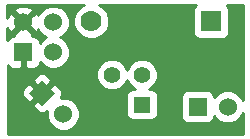
<source format=gtl>
G04 (created by PCBNEW-RS274X (2012-01-18 BZR 3371)-testing) date Sun 05 Feb 2012 03:29:24 PM EST*
G01*
G70*
G90*
%MOIN*%
G04 Gerber Fmt 3.4, Leading zero omitted, Abs format*
%FSLAX34Y34*%
G04 APERTURE LIST*
%ADD10C,0.006000*%
%ADD11C,0.070000*%
%ADD12R,0.070000X0.070000*%
%ADD13R,0.060000X0.060000*%
%ADD14C,0.060000*%
%ADD15R,0.055000X0.055000*%
%ADD16C,0.055000*%
%ADD17C,0.010000*%
G04 APERTURE END LIST*
G54D10*
G54D11*
X18770Y-13090D03*
G54D12*
X22770Y-13090D03*
G54D13*
X22310Y-15940D03*
G54D14*
X23310Y-15940D03*
G54D15*
X20460Y-15870D03*
G54D16*
X20460Y-14870D03*
X19460Y-14870D03*
G54D10*
G36*
X16702Y-15476D02*
X17126Y-15052D01*
X17550Y-15476D01*
X17126Y-15900D01*
X16702Y-15476D01*
X16702Y-15476D01*
G37*
G54D14*
X17834Y-16184D03*
G54D13*
X16500Y-14130D03*
G54D14*
X16500Y-13130D03*
X17500Y-14130D03*
X17500Y-13130D03*
G54D10*
G36*
X23815Y-16855D02*
X20985Y-16855D01*
X20985Y-14975D01*
X20985Y-14766D01*
X20905Y-14573D01*
X20758Y-14425D01*
X20565Y-14345D01*
X20356Y-14345D01*
X20163Y-14425D01*
X20015Y-14572D01*
X19959Y-14705D01*
X19905Y-14573D01*
X19758Y-14425D01*
X19565Y-14345D01*
X19356Y-14345D01*
X19163Y-14425D01*
X19015Y-14572D01*
X18935Y-14765D01*
X18935Y-14974D01*
X19015Y-15167D01*
X19162Y-15315D01*
X19355Y-15395D01*
X19564Y-15395D01*
X19757Y-15315D01*
X19905Y-15168D01*
X19960Y-15034D01*
X20015Y-15167D01*
X20162Y-15315D01*
X20236Y-15346D01*
X20136Y-15346D01*
X20044Y-15384D01*
X19974Y-15454D01*
X19936Y-15545D01*
X19936Y-15644D01*
X19936Y-16194D01*
X19974Y-16286D01*
X20044Y-16356D01*
X20135Y-16394D01*
X20234Y-16394D01*
X20784Y-16394D01*
X20876Y-16356D01*
X20946Y-16286D01*
X20984Y-16195D01*
X20984Y-16096D01*
X20984Y-15546D01*
X20946Y-15454D01*
X20876Y-15384D01*
X20785Y-15346D01*
X20686Y-15346D01*
X20682Y-15346D01*
X20757Y-15315D01*
X20905Y-15168D01*
X20985Y-14975D01*
X20985Y-16855D01*
X19905Y-16855D01*
X18383Y-16853D01*
X18383Y-16293D01*
X18383Y-16075D01*
X18299Y-15873D01*
X18145Y-15719D01*
X17943Y-15635D01*
X17744Y-15635D01*
X17762Y-15617D01*
X17799Y-15525D01*
X17799Y-15427D01*
X17761Y-15335D01*
X17594Y-15166D01*
X17506Y-15166D01*
X17436Y-15236D01*
X17436Y-15096D01*
X17436Y-15008D01*
X17267Y-14841D01*
X17175Y-14803D01*
X17077Y-14803D01*
X16985Y-14840D01*
X16915Y-14910D01*
X16816Y-15008D01*
X16816Y-15096D01*
X17126Y-15405D01*
X17436Y-15096D01*
X17436Y-15236D01*
X17197Y-15476D01*
X17126Y-15547D01*
X17055Y-15617D01*
X17055Y-15476D01*
X16746Y-15166D01*
X16658Y-15166D01*
X16560Y-15265D01*
X16490Y-15335D01*
X16453Y-15427D01*
X16453Y-15525D01*
X16491Y-15617D01*
X16658Y-15786D01*
X16746Y-15786D01*
X17055Y-15476D01*
X17055Y-15617D01*
X16816Y-15856D01*
X16816Y-15944D01*
X16985Y-16111D01*
X17077Y-16149D01*
X17175Y-16149D01*
X17267Y-16112D01*
X17285Y-16094D01*
X17285Y-16293D01*
X17369Y-16495D01*
X17523Y-16649D01*
X17725Y-16733D01*
X17943Y-16733D01*
X18145Y-16649D01*
X18299Y-16495D01*
X18383Y-16293D01*
X18383Y-16853D01*
X15990Y-16850D01*
X15979Y-14547D01*
X15989Y-14571D01*
X16059Y-14641D01*
X16151Y-14679D01*
X16388Y-14680D01*
X16450Y-14618D01*
X16450Y-14230D01*
X16450Y-14180D01*
X16450Y-14080D01*
X16550Y-14080D01*
X16550Y-14180D01*
X16550Y-14230D01*
X16550Y-14618D01*
X16612Y-14680D01*
X16849Y-14679D01*
X16941Y-14641D01*
X17011Y-14571D01*
X17049Y-14480D01*
X17049Y-14455D01*
X17189Y-14595D01*
X17391Y-14679D01*
X17609Y-14679D01*
X17811Y-14595D01*
X17965Y-14441D01*
X18049Y-14239D01*
X18049Y-14021D01*
X17965Y-13819D01*
X17811Y-13665D01*
X17726Y-13630D01*
X17811Y-13595D01*
X17965Y-13441D01*
X18049Y-13239D01*
X18049Y-13021D01*
X17965Y-12819D01*
X17811Y-12665D01*
X17609Y-12581D01*
X17391Y-12581D01*
X17189Y-12665D01*
X17035Y-12819D01*
X17002Y-12897D01*
X16980Y-12844D01*
X16885Y-12815D01*
X16815Y-12885D01*
X16815Y-12745D01*
X16786Y-12650D01*
X16581Y-12577D01*
X16363Y-12588D01*
X16214Y-12650D01*
X16185Y-12745D01*
X16500Y-13059D01*
X16815Y-12745D01*
X16815Y-12885D01*
X16571Y-13130D01*
X16885Y-13445D01*
X16980Y-13416D01*
X17000Y-13358D01*
X17035Y-13441D01*
X17189Y-13595D01*
X17273Y-13630D01*
X17189Y-13665D01*
X17049Y-13805D01*
X17049Y-13780D01*
X17011Y-13689D01*
X16941Y-13619D01*
X16849Y-13581D01*
X16794Y-13580D01*
X16815Y-13515D01*
X16500Y-13201D01*
X16185Y-13515D01*
X16205Y-13580D01*
X16151Y-13581D01*
X16059Y-13619D01*
X15989Y-13689D01*
X15975Y-13721D01*
X15975Y-13625D01*
X15975Y-13307D01*
X16020Y-13416D01*
X16115Y-13445D01*
X16429Y-13130D01*
X16115Y-12815D01*
X16020Y-12844D01*
X15975Y-12970D01*
X15975Y-12549D01*
X16759Y-12545D01*
X18520Y-12545D01*
X18431Y-12582D01*
X18262Y-12751D01*
X18171Y-12971D01*
X18171Y-13209D01*
X18262Y-13429D01*
X18431Y-13598D01*
X18651Y-13689D01*
X18889Y-13689D01*
X19109Y-13598D01*
X19278Y-13429D01*
X19369Y-13209D01*
X19369Y-12971D01*
X19278Y-12751D01*
X19109Y-12582D01*
X19019Y-12545D01*
X22263Y-12545D01*
X22209Y-12599D01*
X22171Y-12690D01*
X22171Y-12789D01*
X22171Y-13489D01*
X22209Y-13581D01*
X22279Y-13651D01*
X22370Y-13689D01*
X22469Y-13689D01*
X23169Y-13689D01*
X23261Y-13651D01*
X23331Y-13581D01*
X23369Y-13490D01*
X23369Y-13391D01*
X23369Y-12691D01*
X23331Y-12599D01*
X23277Y-12545D01*
X23815Y-12545D01*
X23815Y-15725D01*
X23775Y-15629D01*
X23621Y-15475D01*
X23419Y-15391D01*
X23201Y-15391D01*
X22999Y-15475D01*
X22859Y-15615D01*
X22859Y-15591D01*
X22821Y-15499D01*
X22751Y-15429D01*
X22660Y-15391D01*
X22561Y-15391D01*
X21961Y-15391D01*
X21869Y-15429D01*
X21799Y-15499D01*
X21761Y-15590D01*
X21761Y-15689D01*
X21761Y-16289D01*
X21799Y-16381D01*
X21869Y-16451D01*
X21960Y-16489D01*
X22059Y-16489D01*
X22659Y-16489D01*
X22751Y-16451D01*
X22821Y-16381D01*
X22859Y-16290D01*
X22859Y-16265D01*
X22999Y-16405D01*
X23201Y-16489D01*
X23419Y-16489D01*
X23621Y-16405D01*
X23775Y-16251D01*
X23815Y-16154D01*
X23815Y-16855D01*
X23815Y-16855D01*
G37*
G54D17*
X23815Y-16855D02*
X20985Y-16855D01*
X20985Y-14975D01*
X20985Y-14766D01*
X20905Y-14573D01*
X20758Y-14425D01*
X20565Y-14345D01*
X20356Y-14345D01*
X20163Y-14425D01*
X20015Y-14572D01*
X19959Y-14705D01*
X19905Y-14573D01*
X19758Y-14425D01*
X19565Y-14345D01*
X19356Y-14345D01*
X19163Y-14425D01*
X19015Y-14572D01*
X18935Y-14765D01*
X18935Y-14974D01*
X19015Y-15167D01*
X19162Y-15315D01*
X19355Y-15395D01*
X19564Y-15395D01*
X19757Y-15315D01*
X19905Y-15168D01*
X19960Y-15034D01*
X20015Y-15167D01*
X20162Y-15315D01*
X20236Y-15346D01*
X20136Y-15346D01*
X20044Y-15384D01*
X19974Y-15454D01*
X19936Y-15545D01*
X19936Y-15644D01*
X19936Y-16194D01*
X19974Y-16286D01*
X20044Y-16356D01*
X20135Y-16394D01*
X20234Y-16394D01*
X20784Y-16394D01*
X20876Y-16356D01*
X20946Y-16286D01*
X20984Y-16195D01*
X20984Y-16096D01*
X20984Y-15546D01*
X20946Y-15454D01*
X20876Y-15384D01*
X20785Y-15346D01*
X20686Y-15346D01*
X20682Y-15346D01*
X20757Y-15315D01*
X20905Y-15168D01*
X20985Y-14975D01*
X20985Y-16855D01*
X19905Y-16855D01*
X18383Y-16853D01*
X18383Y-16293D01*
X18383Y-16075D01*
X18299Y-15873D01*
X18145Y-15719D01*
X17943Y-15635D01*
X17744Y-15635D01*
X17762Y-15617D01*
X17799Y-15525D01*
X17799Y-15427D01*
X17761Y-15335D01*
X17594Y-15166D01*
X17506Y-15166D01*
X17436Y-15236D01*
X17436Y-15096D01*
X17436Y-15008D01*
X17267Y-14841D01*
X17175Y-14803D01*
X17077Y-14803D01*
X16985Y-14840D01*
X16915Y-14910D01*
X16816Y-15008D01*
X16816Y-15096D01*
X17126Y-15405D01*
X17436Y-15096D01*
X17436Y-15236D01*
X17197Y-15476D01*
X17126Y-15547D01*
X17055Y-15617D01*
X17055Y-15476D01*
X16746Y-15166D01*
X16658Y-15166D01*
X16560Y-15265D01*
X16490Y-15335D01*
X16453Y-15427D01*
X16453Y-15525D01*
X16491Y-15617D01*
X16658Y-15786D01*
X16746Y-15786D01*
X17055Y-15476D01*
X17055Y-15617D01*
X16816Y-15856D01*
X16816Y-15944D01*
X16985Y-16111D01*
X17077Y-16149D01*
X17175Y-16149D01*
X17267Y-16112D01*
X17285Y-16094D01*
X17285Y-16293D01*
X17369Y-16495D01*
X17523Y-16649D01*
X17725Y-16733D01*
X17943Y-16733D01*
X18145Y-16649D01*
X18299Y-16495D01*
X18383Y-16293D01*
X18383Y-16853D01*
X15990Y-16850D01*
X15979Y-14547D01*
X15989Y-14571D01*
X16059Y-14641D01*
X16151Y-14679D01*
X16388Y-14680D01*
X16450Y-14618D01*
X16450Y-14230D01*
X16450Y-14180D01*
X16450Y-14080D01*
X16550Y-14080D01*
X16550Y-14180D01*
X16550Y-14230D01*
X16550Y-14618D01*
X16612Y-14680D01*
X16849Y-14679D01*
X16941Y-14641D01*
X17011Y-14571D01*
X17049Y-14480D01*
X17049Y-14455D01*
X17189Y-14595D01*
X17391Y-14679D01*
X17609Y-14679D01*
X17811Y-14595D01*
X17965Y-14441D01*
X18049Y-14239D01*
X18049Y-14021D01*
X17965Y-13819D01*
X17811Y-13665D01*
X17726Y-13630D01*
X17811Y-13595D01*
X17965Y-13441D01*
X18049Y-13239D01*
X18049Y-13021D01*
X17965Y-12819D01*
X17811Y-12665D01*
X17609Y-12581D01*
X17391Y-12581D01*
X17189Y-12665D01*
X17035Y-12819D01*
X17002Y-12897D01*
X16980Y-12844D01*
X16885Y-12815D01*
X16815Y-12885D01*
X16815Y-12745D01*
X16786Y-12650D01*
X16581Y-12577D01*
X16363Y-12588D01*
X16214Y-12650D01*
X16185Y-12745D01*
X16500Y-13059D01*
X16815Y-12745D01*
X16815Y-12885D01*
X16571Y-13130D01*
X16885Y-13445D01*
X16980Y-13416D01*
X17000Y-13358D01*
X17035Y-13441D01*
X17189Y-13595D01*
X17273Y-13630D01*
X17189Y-13665D01*
X17049Y-13805D01*
X17049Y-13780D01*
X17011Y-13689D01*
X16941Y-13619D01*
X16849Y-13581D01*
X16794Y-13580D01*
X16815Y-13515D01*
X16500Y-13201D01*
X16185Y-13515D01*
X16205Y-13580D01*
X16151Y-13581D01*
X16059Y-13619D01*
X15989Y-13689D01*
X15975Y-13721D01*
X15975Y-13625D01*
X15975Y-13307D01*
X16020Y-13416D01*
X16115Y-13445D01*
X16429Y-13130D01*
X16115Y-12815D01*
X16020Y-12844D01*
X15975Y-12970D01*
X15975Y-12549D01*
X16759Y-12545D01*
X18520Y-12545D01*
X18431Y-12582D01*
X18262Y-12751D01*
X18171Y-12971D01*
X18171Y-13209D01*
X18262Y-13429D01*
X18431Y-13598D01*
X18651Y-13689D01*
X18889Y-13689D01*
X19109Y-13598D01*
X19278Y-13429D01*
X19369Y-13209D01*
X19369Y-12971D01*
X19278Y-12751D01*
X19109Y-12582D01*
X19019Y-12545D01*
X22263Y-12545D01*
X22209Y-12599D01*
X22171Y-12690D01*
X22171Y-12789D01*
X22171Y-13489D01*
X22209Y-13581D01*
X22279Y-13651D01*
X22370Y-13689D01*
X22469Y-13689D01*
X23169Y-13689D01*
X23261Y-13651D01*
X23331Y-13581D01*
X23369Y-13490D01*
X23369Y-13391D01*
X23369Y-12691D01*
X23331Y-12599D01*
X23277Y-12545D01*
X23815Y-12545D01*
X23815Y-15725D01*
X23775Y-15629D01*
X23621Y-15475D01*
X23419Y-15391D01*
X23201Y-15391D01*
X22999Y-15475D01*
X22859Y-15615D01*
X22859Y-15591D01*
X22821Y-15499D01*
X22751Y-15429D01*
X22660Y-15391D01*
X22561Y-15391D01*
X21961Y-15391D01*
X21869Y-15429D01*
X21799Y-15499D01*
X21761Y-15590D01*
X21761Y-15689D01*
X21761Y-16289D01*
X21799Y-16381D01*
X21869Y-16451D01*
X21960Y-16489D01*
X22059Y-16489D01*
X22659Y-16489D01*
X22751Y-16451D01*
X22821Y-16381D01*
X22859Y-16290D01*
X22859Y-16265D01*
X22999Y-16405D01*
X23201Y-16489D01*
X23419Y-16489D01*
X23621Y-16405D01*
X23775Y-16251D01*
X23815Y-16154D01*
X23815Y-16855D01*
M02*

</source>
